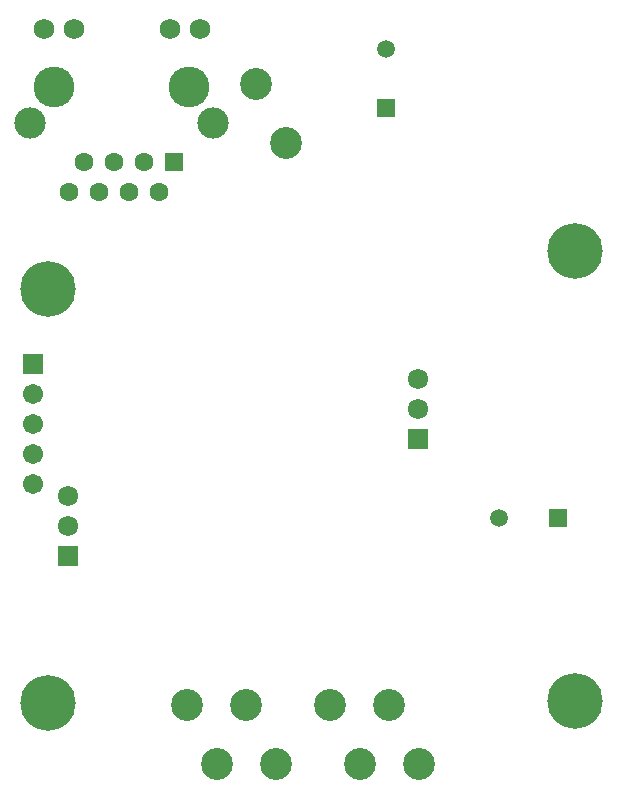
<source format=gbs>
G04*
G04 #@! TF.GenerationSoftware,Altium Limited,Altium Designer,20.0.13 (296)*
G04*
G04 Layer_Color=16711935*
%FSLAX44Y44*%
%MOMM*%
G71*
G01*
G75*
%ADD66C,2.7032*%
%ADD67C,1.7200*%
%ADD68R,1.7200X1.7200*%
%ADD69C,4.7032*%
%ADD70C,1.5200*%
%ADD71R,1.5200X1.5200*%
%ADD72R,1.5200X1.5200*%
%ADD73C,3.4532*%
%ADD74C,2.6482*%
%ADD75C,1.7332*%
%ADD76C,1.6012*%
%ADD77R,1.6012X1.6012*%
%ADD78C,1.7032*%
%ADD79R,1.7032X1.7032*%
D66*
X233250Y50000D02*
D03*
X208250Y100000D02*
D03*
X183250Y50000D02*
D03*
X158250Y100000D02*
D03*
X279000D02*
D03*
X304000Y50000D02*
D03*
X329000Y100000D02*
D03*
X354000Y50000D02*
D03*
X241500Y576000D02*
D03*
X216500Y626000D02*
D03*
D67*
X56750Y251600D02*
D03*
Y277000D02*
D03*
X353250Y375650D02*
D03*
Y350250D02*
D03*
D68*
X56750Y226200D02*
D03*
X353250Y324850D02*
D03*
D69*
X40250Y451750D02*
D03*
Y101500D02*
D03*
X486750Y103500D02*
D03*
Y484000D02*
D03*
D70*
X326000Y655500D02*
D03*
X422000Y258500D02*
D03*
D71*
X326000Y605500D02*
D03*
D72*
X472000Y258500D02*
D03*
D73*
X159900Y623000D02*
D03*
X45600D02*
D03*
D74*
X25300Y592500D02*
D03*
X180200D02*
D03*
D75*
X61900Y672000D02*
D03*
X36500D02*
D03*
X143600D02*
D03*
X169000D02*
D03*
D76*
X58350Y534100D02*
D03*
X71050Y559500D02*
D03*
X83750Y534100D02*
D03*
X96450Y559500D02*
D03*
X109150Y534100D02*
D03*
X121850Y559500D02*
D03*
X134550Y534100D02*
D03*
D77*
X147250Y559500D02*
D03*
D78*
X27750Y287450D02*
D03*
Y312850D02*
D03*
Y338250D02*
D03*
Y363650D02*
D03*
D79*
Y389050D02*
D03*
M02*

</source>
